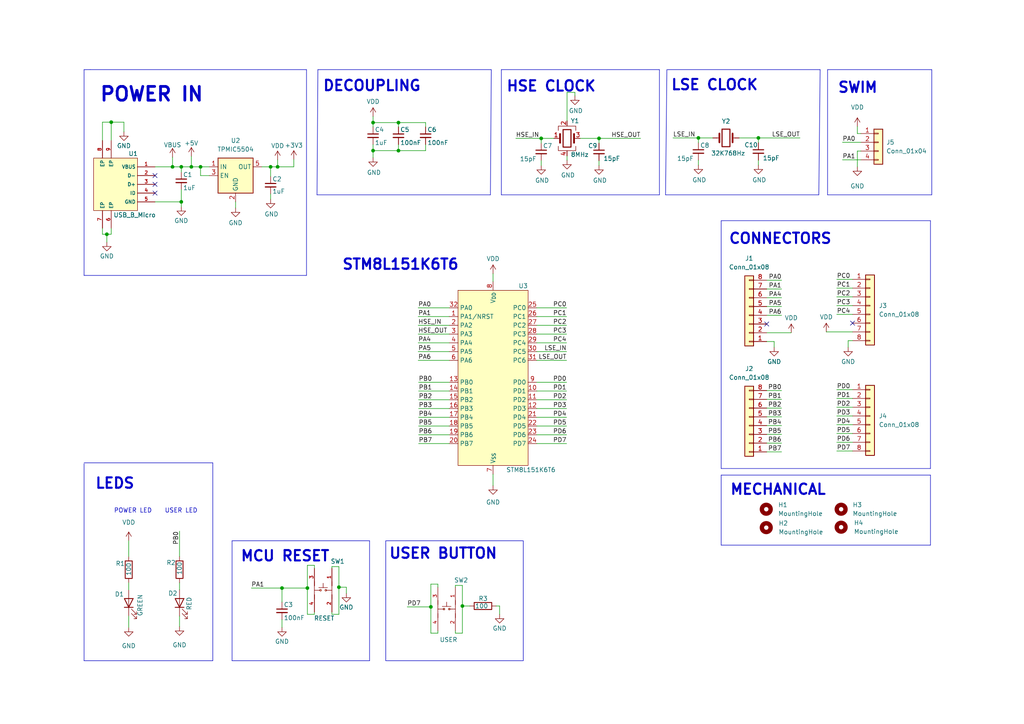
<source format=kicad_sch>
(kicad_sch (version 20230121) (generator eeschema)
  (paper "A4")
  (title_block (title "STM8L151 Dev Board") (date "2023-07-13") (rev "1.0") (company "Andres Bravo"))
  (lib_symbols
    (symbol "Connector:MICRO_7_2JB"
      (property "Reference" "U1" (at 6.477 10.16 0))
      (property "Value" "USB_B_Micro" (at 11.684 -7.62 0))
      (symbol "MICRO_7_2JB_0_1"
        (rectangle (start -6.35 -6.35) (end 6.35 8.89) (fill (type background)))
        (pin power_out line (at 11.43 6.35 180) (length 5.08) (name "VBUS") (number "1"))
        (pin bidirectional line (at 11.43 3.81 180) (length 5.08) (name "D-") (number "2"))
        (pin bidirectional line (at 11.43 1.27 180) (length 5.08) (name "D+") (number "3"))
        (pin unspecified line (at 11.43 -1.27 180) (length 5.08) (name "ID") (number "4"))
        (pin unspecified line (at 11.43 -3.81 180) (length 5.08) (name "GND") (number "5"))
        (pin unspecified line (at -1.27 -11.43 90) (length 5.08) (name "EP") (number "6"))
        (pin unspecified line (at -3.81 -11.43 90) (length 5.08) (name "EP") (number "7"))
        (pin unspecified line (at -3.81 13.97 270) (length 5.08) (name "EP") (number "8"))
        (pin unspecified line (at -1.27 13.97 270) (length 5.08) (name "EP") (number "9"))
      )
    )
    (symbol "Connector_Generic:Conn_01x04" (pin_names (offset 1.016) hide)
      (property "Reference" "J" (at 0 5.08 0))
      (property "Value" "Conn_01x04" (at 0 -7.62 0))
      (symbol "Conn_01x04_1_1"
        (rectangle (start -1.27 -4.953) (end 0 -5.207) (stroke (width 0.1524)))
        (rectangle (start -1.27 -2.413) (end 0 -2.667) (stroke (width 0.1524)))
        (rectangle (start -1.27 0.127) (end 0 -0.127) (stroke (width 0.1524)))
        (rectangle (start -1.27 2.667) (end 0 2.413) (stroke (width 0.1524)))
        (rectangle (start -1.27 3.81) (end 1.27 -6.35) (stroke (width 0.254)) (fill (type background)))
        (pin passive line (at -5.08 2.54 0) (length 3.81) (name "Pin_1") (number "1"))
        (pin passive line (at -5.08 0 0) (length 3.81) (name "Pin_2") (number "2"))
        (pin passive line (at -5.08 -2.54 0) (length 3.81) (name "Pin_3") (number "3"))
        (pin passive line (at -5.08 -5.08 0) (length 3.81) (name "Pin_4") (number "4"))
      )
    )
    (symbol "Connector_Generic:Conn_01x08" (pin_names (offset 1.016) hide)
      (property "Reference" "J" (at 0 10.16 0))
      (property "Value" "Conn_01x08" (at 0 -12.7 0))
      (symbol "Conn_01x08_1_1"
        (rectangle (start -1.27 -10.033) (end 0 -10.287) (stroke (width 0.1524)))
        (rectangle (start -1.27 -7.493) (end 0 -7.747) (stroke (width 0.1524)))
        (rectangle (start -1.27 -4.953) (end 0 -5.207) (stroke (width 0.1524)))
        (rectangle (start -1.27 -2.413) (end 0 -2.667) (stroke (width 0.1524)))
        (rectangle (start -1.27 0.127) (end 0 -0.127) (stroke (width 0.1524)))
        (rectangle (start -1.27 2.667) (end 0 2.413) (stroke (width 0.1524)))
        (rectangle (start -1.27 5.207) (end 0 4.953) (stroke (width 0.1524)))
        (rectangle (start -1.27 7.747) (end 0 7.493) (stroke (width 0.1524)))
        (rectangle (start -1.27 8.89) (end 1.27 -11.43) (stroke (width 0.254)) (fill (type background)))
        (pin passive line (at -5.08 7.62 0) (length 3.81) (name "Pin_1") (number "1"))
        (pin passive line (at -5.08 5.08 0) (length 3.81) (name "Pin_2") (number "2"))
        (pin passive line (at -5.08 2.54 0) (length 3.81) (name "Pin_3") (number "3"))
        (pin passive line (at -5.08 0 0) (length 3.81) (name "Pin_4") (number "4"))
        (pin passive line (at -5.08 -2.54 0) (length 3.81) (name "Pin_5") (number "5"))
        (pin passive line (at -5.08 -5.08 0) (length 3.81) (name "Pin_6") (number "6"))
        (pin passive line (at -5.08 -7.62 0) (length 3.81) (name "Pin_7") (number "7"))
        (pin passive line (at -5.08 -10.16 0) (length 3.81) (name "Pin_8") (number "8"))
      )
    )
    (symbol "Device:C_Small" (pin_numbers hide) (pin_names (offset 0.254) hide)
      (property "Reference" "C" (at 0.254 1.778 0))
      (property "Value" "C_Small" (at 0.254 -2.032 0))
      (symbol "C_Small_0_1"
        (polyline (pts (xy -1.524 -0.508) (xy 1.524 -0.508)) (stroke (width 0.3302)))
        (polyline (pts (xy -1.524 0.508) (xy 1.524 0.508)) (stroke (width 0.3048)))
      )
      (symbol "C_Small_1_1"
        (pin passive line (at 0 2.54 270) (length 2.032) (name "~") (number "1"))
        (pin passive line (at 0 -2.54 90) (length 2.032) (name "~") (number "2"))
      )
    )
    (symbol "Device:Crystal" (pin_numbers hide) (pin_names (offset 1.016) hide)
      (property "Reference" "Y" (at 0 3.81 0))
      (property "Value" "Crystal" (at 0 -3.81 0))
      (symbol "Crystal_0_1"
        (rectangle (start -1.143 2.54) (end 1.143 -2.54) (stroke (width 0.3048)))
        (polyline (pts (xy -2.54 0) (xy -1.905 0)))
        (polyline (pts (xy -1.905 -1.27) (xy -1.905 1.27)) (stroke (width 0.508)))
        (polyline (pts (xy 1.905 -1.27) (xy 1.905 1.27)) (stroke (width 0.508)))
        (polyline (pts (xy 2.54 0) (xy 1.905 0)))
      )
      (symbol "Crystal_1_1"
        (pin passive line (at -3.81 0 0) (length 1.27) (name "1") (number "1"))
        (pin passive line (at 3.81 0 180) (length 1.27) (name "2") (number "2"))
      )
    )
    (symbol "Device:Crystal_GND24" (pin_names (offset 1.016) hide)
      (property "Reference" "Y" (at 3.175 5.08 0))
      (property "Value" "Crystal_GND24" (at 3.175 3.175 0))
      (symbol "Crystal_GND24_0_1"
        (rectangle (start -1.143 2.54) (end 1.143 -2.54) (stroke (width 0.3048)))
        (polyline (pts (xy -2.54 0) (xy -2.032 0)))
        (polyline (pts (xy -2.032 -1.27) (xy -2.032 1.27)) (stroke (width 0.508)))
        (polyline (pts (xy 0 -3.81) (xy 0 -3.556)))
        (polyline (pts (xy 0 3.556) (xy 0 3.81)))
        (polyline (pts (xy 2.032 -1.27) (xy 2.032 1.27)) (stroke (width 0.508)))
        (polyline (pts (xy 2.032 0) (xy 2.54 0)))
        (polyline (pts (xy -2.54 -2.286) (xy -2.54 -3.556) (xy 2.54 -3.556) (xy 2.54 -2.286)))
        (polyline (pts (xy -2.54 2.286) (xy -2.54 3.556) (xy 2.54 3.556) (xy 2.54 2.286)))
      )
      (symbol "Crystal_GND24_1_1"
        (pin passive line (at -3.81 0 0) (length 1.27) (name "1") (number "1"))
        (pin passive line (at 0 5.08 270) (length 1.27) (name "2") (number "2"))
        (pin passive line (at 3.81 0 180) (length 1.27) (name "3") (number "3"))
        (pin passive line (at 0 -5.08 90) (length 1.27) (name "4") (number "4"))
      )
    )
    (symbol "Device:LED" (pin_numbers hide) (pin_names (offset 1.016) hide)
      (property "Reference" "D" (at 0 2.54 0))
      (property "Value" "LED" (at 0 -2.54 0))
      (symbol "LED_0_1"
        (polyline (pts (xy -1.27 -1.27) (xy -1.27 1.27)) (stroke (width 0.254)))
        (polyline (pts (xy -1.27 0) (xy 1.27 0)))
        (polyline (pts (xy 1.27 -1.27) (xy 1.27 1.27) (xy -1.27 0) (xy 1.27 -1.27)) (stroke (width 0.254)))
        (polyline (pts (xy -3.048 -0.762) (xy -4.572 -2.286) (xy -3.81 -2.286) (xy -4.572 -2.286) (xy -4.572 -1.524)))
        (polyline (pts (xy -1.778 -0.762) (xy -3.302 -2.286) (xy -2.54 -2.286) (xy -3.302 -2.286) (xy -3.302 -1.524)))
      )
      (symbol "LED_1_1"
        (pin passive line (at -3.81 0 0) (length 2.54) (name "K") (number "1"))
        (pin passive line (at 3.81 0 180) (length 2.54) (name "A") (number "2"))
      )
    )
    (symbol "Device:R" (pin_numbers hide) (pin_names (offset 0))
      (property "Reference" "R" (at 2.032 0 90))
      (property "Value" "R" (at 0 0 90))
      (symbol "R_0_1"
        (rectangle (start -1.016 -2.54) (end 1.016 2.54) (stroke (width 0.254)))
      )
      (symbol "R_1_1"
        (pin passive line (at 0 3.81 270) (length 1.27) (name "~") (number "1"))
        (pin passive line (at 0 -3.81 90) (length 1.27) (name "~") (number "2"))
      )
    )
    (symbol "MCU_ST_STM8:STM8L151K6T6"
      (property "Reference" "U?" (at 2.0194 30.48 0))
      (property "Value" "STM8L151K6T6" (at 2.0194 27.94 0))
      (symbol "STM8L151K6T6_0_1"
        (rectangle (start -10.16 25.4) (end 10.16 -25.4) (fill (type background)))
      )
      (symbol "STM8L151K6T6_1_1"
        (pin bidirectional line (at -12.7 17.78 0) (length 2.54) (name "PA1/NRST") (number "1"))
        (pin bidirectional line (at 12.7 -3.81 180) (length 2.54) (name "PD1") (number "10"))
        (pin bidirectional line (at 12.7 -6.35 180) (length 2.54) (name "PD2") (number "11"))
        (pin bidirectional line (at 12.7 -8.89 180) (length 2.54) (name "PD3") (number "12"))
        (pin bidirectional line (at -12.7 -1.27 0) (length 2.54) (name "PB0") (number "13"))
        (pin bidirectional line (at -12.7 -3.81 0) (length 2.54) (name "PB1") (number "14"))
        (pin bidirectional line (at -12.7 -6.35 0) (length 2.54) (name "PB2") (number "15"))
        (pin bidirectional line (at -12.7 -8.89 0) (length 2.54) (name "PB3") (number "16"))
        (pin bidirectional line (at -12.7 -11.43 0) (length 2.54) (name "PB4") (number "17"))
        (pin bidirectional line (at -12.7 -13.97 0) (length 2.54) (name "PB5") (number "18"))
        (pin bidirectional line (at -12.7 -16.51 0) (length 2.54) (name "PB6") (number "19"))
        (pin bidirectional line (at -12.7 15.24 0) (length 2.54) (name "PA2") (number "2"))
        (pin bidirectional line (at -12.7 -19.05 0) (length 2.54) (name "PB7") (number "20"))
        (pin bidirectional line (at 12.7 -11.43 180) (length 2.54) (name "PD4") (number "21"))
        (pin bidirectional line (at 12.7 -13.97 180) (length 2.54) (name "PD5") (number "22"))
        (pin bidirectional line (at 12.7 -16.51 180) (length 2.54) (name "PD6") (number "23"))
        (pin bidirectional line (at 12.7 -19.05 180) (length 2.54) (name "PD7") (number "24"))
        (pin bidirectional line (at 12.7 20.32 180) (length 2.54) (name "PC0") (number "25"))
        (pin bidirectional line (at 12.7 17.78 180) (length 2.54) (name "PC1") (number "26"))
        (pin bidirectional line (at 12.7 15.24 180) (length 2.54) (name "PC2") (number "27"))
        (pin bidirectional line (at 12.7 12.7 180) (length 2.54) (name "PC3") (number "28"))
        (pin bidirectional line (at 12.7 10.16 180) (length 2.54) (name "PC4") (number "29"))
        (pin bidirectional line (at -12.7 12.7 0) (length 2.54) (name "PA3") (number "3"))
        (pin bidirectional line (at 12.7 7.62 180) (length 2.54) (name "PC5") (number "30"))
        (pin bidirectional line (at 12.7 5.08 180) (length 2.54) (name "PC6") (number "31"))
        (pin bidirectional line (at -12.7 20.32 0) (length 2.54) (name "PA0") (number "32"))
        (pin bidirectional line (at -12.7 10.16 0) (length 2.54) (name "PA4") (number "4"))
        (pin bidirectional line (at -12.7 7.62 0) (length 2.54) (name "PA5") (number "5"))
        (pin bidirectional line (at -12.7 5.08 0) (length 2.54) (name "PA6") (number "6"))
        (pin input line (at 0 -27.94 90) (length 2.54) (name "V_{SS}") (number "7"))
        (pin input line (at 0 27.94 270) (length 2.54) (name "V_{DD}") (number "8"))
        (pin bidirectional line (at 12.7 -1.27 180) (length 2.54) (name "PD0") (number "9"))
      )
    )
    (symbol "Mechanical:MountingHole" (pin_names (offset 1.016))
      (property "Reference" "H" (at 0 5.08 0))
      (property "Value" "MountingHole" (at 0 3.175 0))
      (symbol "MountingHole_0_1"
        (circle (center 0 0) (radius 1.27) (stroke (width 1.27)))
      )
    )
    (symbol "Regulator_Linear:TPMIC5504"
      (property "Reference" "U2" (at 0 10.16 0))
      (property "Value" "TPMIC5504" (at 0 7.62 0))
      (symbol "TPMIC5504_0_1"
        (rectangle (start -5.08 -5.08) (end 5.08 5.08) (stroke (width 0.254)) (fill (type background)))
        (pin power_in line (at -7.62 2.54 0) (length 2.54) (name "IN") (number "1"))
        (pin input line (at 0 -7.62 90) (length 2.54) (name "GND") (number "2"))
        (pin input line (at -7.62 0 0) (length 2.54) (name "EN") (number "3"))
        (pin power_out line (at 7.62 2.54 180) (length 2.54) (name "OUT") (number "5"))
      )
      (symbol "TPMIC5504_1_1"
        (pin passive line (at 0 -7.62 90) (length 2.54) hide (name "GND") (number "4"))
      )
    )
    (symbol "Switch:SKRPABE010" (pin_names hide)
      (property "Reference" "SW" (at 0 3.81 0))
      (property "Value" "SKRPABE010" (at 0 -3.81 0))
      (symbol "SKRPABE010_0_1"
        (circle (center 0 -0.762) (radius 0.254) (fill (type background)))
        (polyline (pts (xy -2.54 -2.54) (xy 2.54 -2.54)))
        (polyline (pts (xy -2.54 2.54) (xy 2.54 2.54)))
        (polyline (pts (xy -0.762 -1.27) (xy -0.762 1.27)))
        (polyline (pts (xy -0.762 0) (xy -2.032 0)))
        (polyline (pts (xy 0 -2.54) (xy 0 -0.762)))
        (polyline (pts (xy 0 1.524) (xy 0 0.762)))
        (polyline (pts (xy 0 2.54) (xy 0 1.524)))
        (circle (center 0 0.762) (radius 0.254) (fill (type background)))
        (pin unspecified line (at -6.35 2.54 0) (length 5.08) (name "1") (number "1"))
        (pin unspecified line (at 6.35 2.54 180) (length 5.08) (name "2") (number "2"))
        (pin unspecified line (at -6.35 -2.54 0) (length 5.08) (name "3") (number "3"))
        (pin unspecified line (at 6.35 -2.54 180) (length 5.08) (name "4") (number "4"))
      )
    )
    (symbol "power:+3V3" (power) (pin_names (offset 0))
      (property "Value" "+3V3" (at 0 3.556 0))
      (symbol "+3V3_0_1"
        (polyline (pts (xy -0.762 1.27) (xy 0 2.54)))
        (polyline (pts (xy 0 0) (xy 0 2.54)))
        (polyline (pts (xy 0 2.54) (xy 0.762 1.27)))
      )
      (symbol "+3V3_1_1"
        (pin power_in line (at 0 0 90) (length 0) hide (name "+3V3") (number "1"))
      )
    )
    (symbol "power:+5V" (power) (pin_names (offset 0))
      (property "Value" "+5V" (at 0 3.556 0))
      (symbol "+5V_0_1"
        (polyline (pts (xy -0.762 1.27) (xy 0 2.54)))
        (polyline (pts (xy 0 0) (xy 0 2.54)))
        (polyline (pts (xy 0 2.54) (xy 0.762 1.27)))
      )
      (symbol "+5V_1_1"
        (pin power_in line (at 0 0 90) (length 0) hide (name "+5V") (number "1"))
      )
    )
    (symbol "power:GND" (power) (pin_names (offset 0))
      (property "Value" "GND" (at 0 -3.81 0))
      (symbol "GND_0_1"
        (polyline (pts (xy 0 0) (xy 0 -1.27) (xy 1.27 -1.27) (xy 0 -2.54) (xy -1.27 -1.27) (xy 0 -1.27)))
      )
      (symbol "GND_1_1"
        (pin power_in line (at 0 0 270) (length 0) hide (name "GND") (number "1"))
      )
    )
    (symbol "power:VBUS" (power) (pin_names (offset 0))
      (property "Value" "VBUS" (at 0 3.81 0))
      (symbol "VBUS_0_1"
        (polyline (pts (xy -0.762 1.27) (xy 0 2.54)))
        (polyline (pts (xy 0 0) (xy 0 2.54)))
        (polyline (pts (xy 0 2.54) (xy 0.762 1.27)))
      )
      (symbol "VBUS_1_1"
        (pin power_in line (at 0 0 90) (length 0) hide (name "VBUS") (number "1"))
      )
    )
    (symbol "power:VDD" (power) (pin_names (offset 0))
      (property "Value" "VDD" (at 0 3.81 0))
      (symbol "VDD_0_1"
        (polyline (pts (xy -0.762 1.27) (xy 0 2.54)))
        (polyline (pts (xy 0 0) (xy 0 2.54)))
        (polyline (pts (xy 0 2.54) (xy 0.762 1.27)))
      )
      (symbol "VDD_1_1"
        (pin power_in line (at 0 0 90) (length 0) hide (name "VDD") (number "1"))
      )
    )
  )
  (junction (at 134.112 175.768))
  (junction (at 115.57 43.688))
  (junction (at 81.788 170.561))
  (junction (at 173.736 40.132))
  (junction (at 108.204 35.56))
  (junction (at 89.154 170.561))
  (junction (at 156.972 40.132))
  (junction (at 108.204 43.688))
  (junction (at 78.486 48.387))
  (junction (at 202.565 40.005))
  (junction (at 55.499 48.387))
  (junction (at 115.57 35.56))
  (junction (at 98.298 170.307))
  (junction (at 50.038 48.387))
  (junction (at 219.964 40.005))
  (junction (at 52.578 58.547))
  (junction (at 124.968 176.022))
  (junction (at 32.258 35.433))
  (junction (at 58.166 48.387))
  (junction (at 52.578 48.387))
  (junction (at 30.988 67.945))
  (junction (at 80.518 48.387))
  (no_connect (at 222.377 93.98))
  (no_connect (at 247.269 93.726))
  (no_connect (at 44.958 56.007))
  (no_connect (at 44.958 53.467))
  (no_connect (at 44.958 50.927))
  (wire (pts (xy 155.702 101.981) (xy 164.338 101.981)))
  (wire (pts (xy 127 170.307) (xy 127 169.418)))
  (polyline (pts (xy 151.765 156.845) (xy 151.765 191.643)))
  (polyline (pts (xy 237.49 56.515) (xy 193.04 56.515)))
  (wire (pts (xy 121.285 101.981) (xy 130.302 101.981)))
  (wire (pts (xy 32.258 66.167) (xy 32.258 67.945)))
  (polyline (pts (xy 111.887 191.643) (xy 111.887 156.845)))
  (polyline (pts (xy 237.871 20.193) (xy 237.49 56.515)))
  (wire (pts (xy 155.702 128.651) (xy 164.338 128.651)))
  (polyline (pts (xy 209.169 64.008) (xy 269.875 64.008)))
  (wire (pts (xy 80.518 48.387) (xy 78.486 48.387)))
  (wire (pts (xy 85.217 48.387) (xy 80.518 48.387)))
  (wire (pts (xy 222.377 96.52) (xy 229.489 96.52)))
  (wire (pts (xy 98.298 164.338) (xy 98.298 170.307)))
  (wire (pts (xy 30.988 67.945) (xy 30.988 70.231)))
  (polyline (pts (xy 111.887 156.845) (xy 151.765 156.845)))
  (wire (pts (xy 132.08 169.799) (xy 134.112 169.799)))
  (wire (pts (xy 89.154 178.181) (xy 91.186 178.181)))
  (wire (pts (xy 96.266 178.181) (xy 98.298 178.181)))
  (wire (pts (xy 242.697 115.57) (xy 247.269 115.57)))
  (wire (pts (xy 155.702 123.571) (xy 164.338 123.571)))
  (polyline (pts (xy 209.169 158.115) (xy 209.169 137.795)))
  (wire (pts (xy 32.258 40.767) (xy 32.258 35.433)))
  (wire (pts (xy 52.578 54.991) (xy 52.578 58.547)))
  (wire (pts (xy 156.972 41.529) (xy 156.972 40.132)))
  (wire (pts (xy 242.697 130.81) (xy 247.269 130.81)))
  (wire (pts (xy 89.154 163.957) (xy 89.154 170.561)))
  (wire (pts (xy 224.536 99.06) (xy 224.536 100.711)))
  (wire (pts (xy 155.702 89.281) (xy 164.338 89.281)))
  (wire (pts (xy 143.002 137.541) (xy 143.002 140.843)))
  (wire (pts (xy 219.964 40.005) (xy 232.029 40.005)))
  (wire (pts (xy 222.377 123.444) (xy 226.695 123.444)))
  (polyline (pts (xy 240.03 56.515) (xy 240.03 20.193)))
  (wire (pts (xy 108.204 43.688) (xy 115.57 43.688)))
  (wire (pts (xy 242.697 118.11) (xy 247.269 118.11)))
  (wire (pts (xy 121.412 126.111) (xy 130.302 126.111)))
  (wire (pts (xy 222.377 81.28) (xy 226.695 81.28)))
  (wire (pts (xy 58.166 48.387) (xy 60.706 48.387)))
  (wire (pts (xy 245.999 98.806) (xy 247.269 98.806)))
  (wire (pts (xy 155.702 94.361) (xy 164.338 94.361)))
  (wire (pts (xy 173.736 41.529) (xy 173.736 40.132)))
  (wire (pts (xy 156.972 40.132) (xy 160.655 40.132)))
  (wire (pts (xy 244.348 41.275) (xy 249.682 41.275)))
  (wire (pts (xy 44.958 48.387) (xy 50.038 48.387)))
  (wire (pts (xy 108.204 36.83) (xy 108.204 35.56)))
  (wire (pts (xy 155.702 121.031) (xy 164.338 121.031)))
  (wire (pts (xy 96.266 177.546) (xy 96.266 178.181)))
  (wire (pts (xy 108.204 43.688) (xy 108.204 45.72)))
  (wire (pts (xy 100.457 170.307) (xy 98.298 170.307)))
  (wire (pts (xy 121.412 121.031) (xy 130.302 121.031)))
  (wire (pts (xy 144.907 175.768) (xy 144.907 178.181)))
  (wire (pts (xy 134.112 169.799) (xy 134.112 175.768)))
  (wire (pts (xy 222.377 88.9) (xy 226.695 88.9)))
  (polyline (pts (xy 107.188 191.643) (xy 67.31 191.643)))
  (wire (pts (xy 50.038 48.387) (xy 52.578 48.387)))
  (polyline (pts (xy 142.494 20.193) (xy 142.24 56.515)))
  (wire (pts (xy 164.465 35.052) (xy 164.465 26.797)))
  (wire (pts (xy 164.465 26.797) (xy 166.751 26.797)))
  (wire (pts (xy 32.258 67.945) (xy 30.988 67.945)))
  (polyline (pts (xy 240.03 20.193) (xy 270.256 20.193)))
  (wire (pts (xy 164.465 45.212) (xy 164.465 46.482)))
  (wire (pts (xy 52.07 169.037) (xy 52.07 171.069)))
  (wire (pts (xy 68.326 58.547) (xy 68.326 60.325)))
  (wire (pts (xy 136.271 175.768) (xy 134.112 175.768)))
  (polyline (pts (xy 209.169 135.89) (xy 209.169 64.008)))
  (wire (pts (xy 124.968 176.022) (xy 124.968 183.642)))
  (wire (pts (xy 239.649 96.266) (xy 247.269 96.266)))
  (wire (pts (xy 127 183.007) (xy 127 183.642)))
  (wire (pts (xy 100.457 170.307) (xy 100.457 172.085)))
  (wire (pts (xy 155.702 96.901) (xy 164.338 96.901)))
  (wire (pts (xy 75.946 48.387) (xy 78.486 48.387)))
  (wire (pts (xy 219.964 46.482) (xy 219.964 47.879)))
  (wire (pts (xy 202.565 40.005) (xy 206.756 40.005)))
  (wire (pts (xy 245.999 100.711) (xy 245.999 98.806)))
  (wire (pts (xy 242.697 86.106) (xy 247.269 86.106)))
  (wire (pts (xy 29.718 35.433) (xy 32.258 35.433)))
  (wire (pts (xy 166.751 26.797) (xy 166.751 27.813)))
  (wire (pts (xy 242.697 88.646) (xy 247.269 88.646)))
  (polyline (pts (xy 67.31 156.845) (xy 107.188 156.845)))
  (wire (pts (xy 121.285 99.441) (xy 130.302 99.441)))
  (wire (pts (xy 155.702 110.871) (xy 164.338 110.871)))
  (wire (pts (xy 156.972 46.609) (xy 156.972 48.006)))
  (wire (pts (xy 81.788 179.705) (xy 81.788 181.991)))
  (wire (pts (xy 29.718 40.767) (xy 29.718 35.433)))
  (wire (pts (xy 52.07 154.051) (xy 52.07 161.417)))
  (wire (pts (xy 44.958 58.547) (xy 52.578 58.547)))
  (wire (pts (xy 121.412 128.651) (xy 130.302 128.651)))
  (wire (pts (xy 248.666 38.735) (xy 248.666 36.703)))
  (polyline (pts (xy 193.548 20.193) (xy 237.871 20.193)))
  (wire (pts (xy 248.666 43.815) (xy 248.666 48.387)))
  (wire (pts (xy 121.412 110.871) (xy 130.302 110.871)))
  (polyline (pts (xy 269.875 137.795) (xy 269.875 158.115)))
  (wire (pts (xy 143.002 79.375) (xy 143.002 81.661)))
  (wire (pts (xy 123.444 43.688) (xy 115.57 43.688)))
  (polyline (pts (xy 91.948 56.515) (xy 92.202 20.193)))
  (wire (pts (xy 80.518 46.355) (xy 80.518 48.387)))
  (wire (pts (xy 134.112 175.768) (xy 134.112 183.642)))
  (wire (pts (xy 143.891 175.768) (xy 144.907 175.768)))
  (wire (pts (xy 222.377 113.284) (xy 226.695 113.284)))
  (wire (pts (xy 132.08 183.642) (xy 134.112 183.642)))
  (polyline (pts (xy 142.24 56.515) (xy 91.948 56.515)))
  (wire (pts (xy 222.377 83.82) (xy 226.695 83.82)))
  (polyline (pts (xy 92.202 20.193) (xy 142.494 20.193)))
  (wire (pts (xy 222.377 118.364) (xy 226.695 118.364)))
  (wire (pts (xy 121.285 94.361) (xy 130.302 94.361)))
  (polyline (pts (xy 269.875 158.115) (xy 209.169 158.115)))
  (wire (pts (xy 242.697 113.03) (xy 247.269 113.03)))
  (wire (pts (xy 242.697 125.73) (xy 247.269 125.73)))
  (wire (pts (xy 72.898 170.561) (xy 81.788 170.561)))
  (wire (pts (xy 55.499 48.387) (xy 58.166 48.387)))
  (wire (pts (xy 155.702 91.821) (xy 164.338 91.821)))
  (wire (pts (xy 121.412 123.571) (xy 130.302 123.571)))
  (wire (pts (xy 242.697 128.27) (xy 247.269 128.27)))
  (wire (pts (xy 132.08 170.307) (xy 132.08 169.799)))
  (polyline (pts (xy 24.384 20.193) (xy 26.162 20.193)))
  (polyline (pts (xy 26.162 20.193) (xy 88.9 20.193)))
  (wire (pts (xy 149.606 40.132) (xy 156.972 40.132)))
  (wire (pts (xy 155.702 113.411) (xy 164.338 113.411)))
  (wire (pts (xy 91.186 163.957) (xy 89.154 163.957)))
  (wire (pts (xy 202.565 46.482) (xy 202.565 47.879)))
  (wire (pts (xy 123.444 41.91) (xy 123.444 43.688)))
  (polyline (pts (xy 191.262 56.515) (xy 145.415 56.515)))
  (polyline (pts (xy 24.384 134.493) (xy 24.384 191.643)))
  (wire (pts (xy 52.578 58.547) (xy 52.578 59.944)))
  (wire (pts (xy 121.285 96.901) (xy 130.302 96.901)))
  (wire (pts (xy 89.154 170.561) (xy 89.154 178.181)))
  (wire (pts (xy 202.565 41.402) (xy 202.565 40.005)))
  (wire (pts (xy 37.338 156.845) (xy 37.338 161.417)))
  (wire (pts (xy 32.258 35.433) (xy 35.941 35.433)))
  (wire (pts (xy 78.486 56.261) (xy 78.486 57.785)))
  (wire (pts (xy 222.377 120.904) (xy 226.695 120.904)))
  (wire (pts (xy 123.444 36.83) (xy 123.444 35.56)))
  (wire (pts (xy 108.204 33.782) (xy 108.204 35.56)))
  (wire (pts (xy 81.788 170.561) (xy 81.788 174.625)))
  (wire (pts (xy 249.682 38.735) (xy 248.666 38.735)))
  (wire (pts (xy 96.266 164.846) (xy 96.266 164.338)))
  (polyline (pts (xy 88.9 20.193) (xy 88.9 79.883)))
  (wire (pts (xy 91.186 164.846) (xy 91.186 163.957)))
  (wire (pts (xy 222.377 115.824) (xy 226.695 115.824)))
  (wire (pts (xy 121.412 115.951) (xy 130.302 115.951)))
  (wire (pts (xy 249.682 43.815) (xy 248.666 43.815)))
  (polyline (pts (xy 270.256 20.193) (xy 270.256 56.515)))
  (wire (pts (xy 115.57 35.56) (xy 115.57 36.83)))
  (wire (pts (xy 132.08 183.007) (xy 132.08 183.642)))
  (wire (pts (xy 242.697 91.186) (xy 247.269 91.186)))
  (wire (pts (xy 52.578 48.387) (xy 55.499 48.387)))
  (wire (pts (xy 222.377 125.984) (xy 226.695 125.984)))
  (wire (pts (xy 121.412 118.491) (xy 130.302 118.491)))
  (wire (pts (xy 50.038 45.593) (xy 50.038 48.387)))
  (wire (pts (xy 173.736 46.609) (xy 173.736 48.006)))
  (wire (pts (xy 78.486 48.387) (xy 78.486 51.181)))
  (wire (pts (xy 121.412 113.411) (xy 130.302 113.411)))
  (wire (pts (xy 123.444 35.56) (xy 115.57 35.56)))
  (wire (pts (xy 37.338 178.689) (xy 37.338 181.991)))
  (wire (pts (xy 195.199 40.005) (xy 202.565 40.005)))
  (polyline (pts (xy 145.415 20.193) (xy 145.415 56.515)))
  (wire (pts (xy 108.204 41.91) (xy 108.204 43.688)))
  (wire (pts (xy 91.186 177.546) (xy 91.186 178.181)))
  (wire (pts (xy 222.377 91.44) (xy 226.695 91.44)))
  (wire (pts (xy 55.499 45.339) (xy 55.499 48.387)))
  (polyline (pts (xy 88.9 79.883) (xy 24.384 79.883)))
  (polyline (pts (xy 61.722 134.239) (xy 24.384 134.239)))
  (wire (pts (xy 108.204 35.56) (xy 115.57 35.56)))
  (wire (pts (xy 242.697 123.19) (xy 247.269 123.19)))
  (wire (pts (xy 115.57 41.91) (xy 115.57 43.688)))
  (wire (pts (xy 81.788 170.561) (xy 89.154 170.561)))
  (polyline (pts (xy 24.384 79.883) (xy 24.384 20.193)))
  (wire (pts (xy 222.377 131.064) (xy 226.695 131.064)))
  (wire (pts (xy 219.964 40.005) (xy 219.964 41.402)))
  (wire (pts (xy 98.298 170.307) (xy 98.298 178.181)))
  (wire (pts (xy 222.377 128.524) (xy 226.695 128.524)))
  (polyline (pts (xy 107.188 156.845) (xy 107.188 191.643)))
  (wire (pts (xy 29.718 67.945) (xy 30.988 67.945)))
  (polyline (pts (xy 151.765 191.643) (xy 111.887 191.643)))
  (polyline (pts (xy 67.31 191.643) (xy 67.31 156.845)))
  (wire (pts (xy 155.702 99.441) (xy 164.338 99.441)))
  (wire (pts (xy 52.07 178.689) (xy 52.07 181.737)))
  (wire (pts (xy 173.736 40.132) (xy 168.275 40.132)))
  (wire (pts (xy 242.697 120.65) (xy 247.269 120.65)))
  (wire (pts (xy 244.348 46.355) (xy 249.682 46.355)))
  (wire (pts (xy 214.376 40.005) (xy 219.964 40.005)))
  (wire (pts (xy 52.578 49.911) (xy 52.578 48.387)))
  (wire (pts (xy 155.702 115.951) (xy 164.338 115.951)))
  (wire (pts (xy 222.377 99.06) (xy 224.536 99.06)))
  (wire (pts (xy 222.377 86.36) (xy 226.695 86.36)))
  (wire (pts (xy 58.166 50.927) (xy 58.166 48.387)))
  (polyline (pts (xy 191.262 20.193) (xy 191.262 56.515)))
  (wire (pts (xy 124.968 169.418) (xy 124.968 176.022)))
  (polyline (pts (xy 193.421 20.193) (xy 193.04 56.515)))
  (wire (pts (xy 85.217 46.228) (xy 85.217 48.387)))
  (wire (pts (xy 173.736 40.132) (xy 185.801 40.132)))
  (polyline (pts (xy 61.722 191.643) (xy 61.722 134.239)))
  (wire (pts (xy 155.702 118.491) (xy 164.338 118.491)))
  (polyline (pts (xy 145.415 20.193) (xy 191.262 20.193)))
  (wire (pts (xy 155.702 104.521) (xy 164.338 104.521)))
  (polyline (pts (xy 269.875 135.89) (xy 209.169 135.89)))
  (wire (pts (xy 29.718 66.167) (xy 29.718 67.945)))
  (wire (pts (xy 155.702 126.111) (xy 164.338 126.111)))
  (wire (pts (xy 60.706 50.927) (xy 58.166 50.927)))
  (wire (pts (xy 35.941 35.433) (xy 35.941 38.227)))
  (polyline (pts (xy 209.169 137.795) (xy 269.875 137.795)))
  (wire (pts (xy 121.285 91.821) (xy 130.302 91.821)))
  (wire (pts (xy 121.285 89.281) (xy 130.302 89.281)))
  (polyline (pts (xy 24.384 191.643) (xy 61.722 191.643)))
  (wire (pts (xy 118.11 176.022) (xy 124.968 176.022)))
  (wire (pts (xy 127 169.418) (xy 124.968 169.418)))
  (wire (pts (xy 37.338 169.037) (xy 37.338 171.069)))
  (polyline (pts (xy 269.875 64.008) (xy 269.875 135.89)))
  (wire (pts (xy 242.697 83.566) (xy 247.269 83.566)))
  (wire (pts (xy 96.266 164.338) (xy 98.298 164.338)))
  (polyline (pts (xy 270.256 56.515) (xy 240.03 56.515)))
  (wire (pts (xy 121.285 104.521) (xy 130.302 104.521)))
  (wire (pts (xy 124.968 183.642) (xy 127 183.642)))
  (wire (pts (xy 242.697 81.026) (xy 247.269 81.026)))
  (text "POWER LED" (at 33.02 148.971 0) (effects (font (size 1.27 1.27)) (justify left bottom)))
  (text "LSE CLOCK" (at 194.437 26.543 0) (effects (font (size 3 3) bold) (justify left bottom)))
  (text "STM8L151K6T6" (at 99.06 78.613 0) (effects (font (size 3 3) bold) (justify left bottom)))
  (text "SWIM" (at 242.824 27.305 0) (effects (font (size 3 3) bold) (justify left bottom)))
  (text "HSE CLOCK\n" (at 146.685 26.924 0) (effects (font (size 3 3) bold) (justify left bottom)))
  (text "CONNECTORS" (at 211.201 71.12 0) (effects (font (size 3 3) bold) (justify left bottom)))
  (text "MCU RESET" (at 69.596 163.195 0) (effects (font (size 3 3) bold) (justify left bottom)))
  (text "USER BUTTON" (at 112.649 162.433 0) (effects (font (size 3 3) bold) (justify left bottom)))
  (text "POWER IN" (at 28.702 29.845 0) (effects (font (size 4 4) (thickness 0.8) bold) (justify left bottom)))
  (text "USER LED" (at 47.752 148.971 0) (effects (font (size 1.27 1.27)) (justify left bottom)))
  (text "LEDS\n\n" (at 27.432 146.939 0) (effects (font (size 3 3) (thickness 0.6) bold) (justify left bottom)))
  (text "DECOUPLING\n" (at 93.472 26.797 0) (effects (font (size 3 3) bold) (justify left bottom)))
  (text "MECHANICAL" (at 211.582 143.891 0) (effects (font (size 3 3) bold) (justify left bottom)))
  (label "PD4" (at 164.338 121.031 180))
  (label "PD7" (at 118.11 176.022 0))
  (label "PA6" (at 121.285 104.521 0))
  (label "PB0" (at 226.695 113.284 180))
  (label "PD0" (at 242.697 113.03 0))
  (label "PC4" (at 164.338 99.441 180))
  (label "PC1" (at 242.697 83.566 0))
  (label "PA6" (at 226.695 91.44 180))
  (label "PA5" (at 121.285 101.981 0))
  (label "PD3" (at 164.338 118.491 180))
  (label "HSE_OUT" (at 121.285 96.901 0))
  (label "PD2" (at 164.338 115.951 180))
  (label "PC0" (at 164.338 89.281 180))
  (label "PD1" (at 242.697 115.57 0))
  (label "HSE_OUT" (at 185.801 40.132 180))
  (label "LSE_IN" (at 195.199 40.005 0))
  (label "PD4" (at 242.697 123.19 0))
  (label "PD6" (at 242.697 128.27 0))
  (label "PD3" (at 242.697 120.65 0))
  (label "PB7" (at 121.412 128.651 0))
  (label "PA1" (at 72.898 170.561 0))
  (label "PA0" (at 121.285 89.281 0))
  (label "PA0" (at 226.695 81.28 180))
  (label "PB4" (at 121.412 121.031 0))
  (label "PB1" (at 226.695 115.824 180))
  (label "PD7" (at 164.338 128.651 180))
  (label "PB0" (at 121.412 110.871 0))
  (label "PD5" (at 164.338 123.571 180))
  (label "PA1" (at 121.285 91.821 0))
  (label "LSE_OUT" (at 232.029 40.005 180))
  (label "PB2" (at 121.412 115.951 0))
  (label "PA4" (at 226.695 86.36 180))
  (label "PB3" (at 226.695 120.904 180))
  (label "PD6" (at 164.338 126.111 180))
  (label "LSE_OUT" (at 164.338 104.521 180))
  (label "PB6" (at 121.412 126.111 0))
  (label "PC4" (at 242.697 91.186 0))
  (label "PB1" (at 121.412 113.411 0))
  (label "PC0" (at 242.697 81.026 0))
  (label "PB0" (at 52.07 154.051 270))
  (label "PA1" (at 244.348 46.355 0))
  (label "PB4" (at 226.695 123.444 180))
  (label "PA5" (at 226.695 88.9 180))
  (label "PB6" (at 226.695 128.524 180))
  (label "PA0" (at 244.348 41.275 0))
  (label "PD2" (at 242.697 118.11 0))
  (label "HSE_IN" (at 149.606 40.132 0))
  (label "PC2" (at 242.697 86.106 0))
  (label "PC1" (at 164.338 91.821 180))
  (label "PD1" (at 164.338 113.411 180))
  (label "PD5" (at 242.697 125.73 0))
  (label "PB3" (at 121.412 118.491 0))
  (label "PC2" (at 164.338 94.361 180))
  (label "LSE_IN" (at 164.338 101.981 180))
  (label "PC3" (at 242.697 88.646 0))
  (label "PA1" (at 226.695 83.82 180))
  (label "PA4" (at 121.285 99.441 0))
  (label "PD7" (at 242.697 130.81 0))
  (label "PB2" (at 226.695 118.364 180))
  (label "PD0" (at 164.338 110.871 180))
  (label "PB5" (at 121.412 123.571 0))
  (label "HSE_IN" (at 121.285 94.361 0))
  (label "PC3" (at 164.338 96.901 180))
  (label "PB5" (at 226.695 125.984 180))
  (label "PB7" (at 226.695 131.064 180))
  (symbol (lib_id "Device:C_Small") (at 115.57 39.37 0) (unit 1)
    (property "Reference" "C5" (at 116.078 37.592 0) (effects (justify left)))
    (property "Value" "100nF" (at 116.078 41.402 0) (effects (justify left)))
    (property "Footprint" "Capacitor_SMD:C_0402_1005Metric" (effects hide))
    (property "LCSC" "C106252" (effects hide))
  )
  (symbol (lib_id "power:GND") (at 37.338 181.991 0) (unit 1)
    (property "Reference" "#PWR04" (effects hide))
    (property "Value" "GND" (at 37.338 187.325 0))
  )
  (symbol (lib_id "Device:C_Small") (at 219.964 43.942 0) (unit 1)
    (property "Reference" "C10" (at 215.9 42.037 0) (effects (justify left)))
    (property "Value" "15pF" (at 221.234 45.847 0) (effects (justify left)))
    (property "Footprint" "Capacitor_SMD:C_0402_1005Metric" (effects hide))
    (property "LCSC" "C295959" (effects hide))
  )
  (symbol (lib_id "Device:C_Small") (at 81.788 177.165 0) (unit 1)
    (property "Reference" "C3" (at 82.296 175.387 0) (effects (justify left)))
    (property "Value" "100nF" (at 82.296 179.197 0) (effects (justify left)))
    (property "Footprint" "Capacitor_SMD:C_0402_1005Metric" (effects hide))
    (property "LCSC" "C106252" (effects hide))
  )
  (symbol (lib_id "power:+5V") (at 55.499 45.339 0) (unit 1)
    (property "Reference" "#PWR028" (effects hide))
    (property "Value" "+5V" (at 55.499 41.529 0))
  )
  (symbol (lib_id "power:VDD") (at 229.489 96.52 0) (unit 1)
    (property "Reference" "#PWR030" (effects hide))
    (property "Value" "VDD" (at 229.489 92.202 0))
  )
  (symbol (lib_id "Device:C_Small") (at 123.444 39.37 0) (unit 1)
    (property "Reference" "C6" (at 123.952 37.592 0) (effects (justify left)))
    (property "Value" "100nF" (at 123.952 41.402 0) (effects (justify left)))
    (property "Footprint" "Capacitor_SMD:C_0402_1005Metric" (effects hide))
    (property "LCSC" "C106252" (effects hide))
  )
  (symbol (lib_id "power:VDD") (at 239.649 96.266 0) (unit 1)
    (property "Reference" "#PWR031" (effects hide))
    (property "Value" "VDD" (at 239.649 91.948 0))
  )
  (symbol (lib_id "MCU_ST_STM8:STM8L151K6T6") (at 143.002 109.601 0) (unit 1)
    (property "Reference" "U3" (at 150.368 82.931 0) (effects (justify left)))
    (property "Value" "STM8L151K6T6" (at 146.812 136.271 0) (effects (justify left)))
    (property "Footprint" "Package_QFP:LQFP-32_7x7mm_P0.8mm" (effects hide))
    (property "Datasheet" "https://www.mouser.com/datasheet/2/389/stm8l151c4-1851438.pdf" (effects hide))
    (property "LCSC" "C8259" (effects hide))
  )
  (symbol (lib_id "Connector_Generic:Conn_01x08") (at 217.297 123.444 180) (unit 1)
    (property "Reference" "J2" (at 217.297 106.934 0))
    (property "Value" "Conn_01x08" (at 217.297 109.474 0))
    (property "Footprint" "Connector_PinHeader_2.54mm:PinHeader_1x08_P2.54mm_Vertical" (effects hide))
  )
  (symbol (lib_id "power:GND") (at 30.988 70.231 0) (unit 1)
    (property "Reference" "#PWR01" (effects hide))
    (property "Value" "GND" (at 30.988 74.295 0))
  )
  (symbol (lib_id "power:GND") (at 202.565 47.879 0) (unit 1)
    (property "Reference" "#PWR023" (effects hide))
    (property "Value" "GND" (at 202.819 52.197 0))
  )
  (symbol (lib_id "Device:LED") (at 52.07 174.879 90) (unit 1)
    (property "Reference" "D2" (at 48.768 172.085 90) (effects (justify right)))
    (property "Value" "RED" (at 54.864 173.101 0) (effects (justify right)))
    (property "Footprint" "LED_SMD:LED_0805_2012Metric" (effects hide))
    (property "LCSC" "C113551" (effects hide))
  )
  (symbol (lib_id "power:GND") (at 35.941 38.227 0) (unit 1)
    (property "Reference" "#PWR02" (effects hide))
    (property "Value" "GND" (at 35.941 42.291 0))
  )
  (symbol (lib_id "power:GND") (at 224.536 100.711 0) (unit 1)
    (property "Reference" "#PWR017" (effects hide))
    (property "Value" "GND" (at 224.536 104.902 0))
  )
  (symbol (lib_id "Device:C_Small") (at 202.565 43.942 0) (unit 1)
    (property "Reference" "C8" (at 203.073 42.164 0) (effects (justify left)))
    (property "Value" "15pF" (at 196.342 45.974 0) (effects (justify left)))
    (property "Footprint" "Capacitor_SMD:C_0402_1005Metric" (effects hide))
    (property "LCSC" "C295959" (effects hide))
  )
  (symbol (lib_id "power:GND") (at 245.999 100.711 0) (unit 1)
    (property "Reference" "#PWR018" (effects hide))
    (property "Value" "GND" (at 245.999 104.902 0))
  )
  (symbol (lib_id "Connector_Generic:Conn_01x08") (at 252.349 88.646 0) (unit 1)
    (property "Reference" "J3" (at 254.889 88.6459 0) (effects (justify left)))
    (property "Value" "Conn_01x08" (at 254.889 91.1859 0) (effects (justify left)))
    (property "Footprint" "Connector_PinHeader_2.54mm:PinHeader_1x08_P2.54mm_Vertical" (effects hide))
  )
  (symbol (lib_id "Mechanical:MountingHole") (at 222.25 153.035 0) (unit 1)
    (property "Reference" "H2" (at 225.806 151.7649 0) (effects (justify left)))
    (property "Value" "MountingHole" (at 225.806 154.3049 0) (effects (justify left)))
    (property "Footprint" "MountingHole:MountingHole_3.2mm_M3" (effects hide))
  )
  (symbol (lib_id "Device:R") (at 140.081 175.768 90) (unit 1)
    (property "Reference" "R3" (at 141.478 173.609 90) (effects (justify left)))
    (property "Value" "100" (at 141.605 175.768 90) (effects (justify left)))
    (property "Footprint" "Resistor_SMD:R_0603_1608Metric" (effects hide))
    (property "LCSC" "C5139650" (effects hide))
  )
  (symbol (lib_id "power:GND") (at 173.736 48.006 0) (unit 1)
    (property "Reference" "#PWR024" (effects hide))
    (property "Value" "GND" (at 173.99 52.324 0))
  )
  (symbol (lib_id "power:GND") (at 100.457 172.085 0) (unit 1)
    (property "Reference" "#PWR012" (effects hide))
    (property "Value" "GND" (at 100.457 176.149 0))
  )
  (symbol (lib_id "power:VDD") (at 143.002 79.375 0) (unit 1)
    (property "Reference" "#PWR015" (effects hide))
    (property "Value" "VDD" (at 143.002 75.057 0))
  )
  (symbol (lib_id "Regulator_Linear:TPMIC5504") (at 68.326 50.927 0) (unit 1)
    (property "Reference" "U2" (at 68.326 40.767 0))
    (property "Value" "TPMIC5504" (at 68.326 43.307 0))
    (property "Footprint" "Package_TO_SOT_SMD:SOT-23-5" (effects hide))
    (property "Datasheet" "http://www.ti.com/lit/gpn/tps782" (effects hide))
    (property "LCSC" "C3021093" (effects hide))
  )
  (symbol (lib_id "power:GND") (at 156.972 48.006 0) (unit 1)
    (property "Reference" "#PWR022" (effects hide))
    (property "Value" "GND" (at 157.226 52.324 0))
  )
  (symbol (lib_id "power:VDD") (at 80.518 46.355 0) (unit 1)
    (property "Reference" "#PWR010" (effects hide))
    (property "Value" "VDD" (at 80.518 42.291 0))
  )
  (symbol (lib_id "Device:Crystal") (at 210.566 40.005 0) (unit 1)
    (property "Reference" "Y2" (at 210.566 35.179 0))
    (property "Value" "32K768Hz" (at 211.201 44.45 0))
    (property "Footprint" "Crystal:Crystal_SMD_2012-2Pin_2.0x1.2mm" (effects hide))
    (property "LCSC" "C90943" (effects hide))
  )
  (symbol (lib_id "power:+3V3") (at 85.217 46.228 0) (unit 1)
    (property "Reference" "#PWR029" (effects hide))
    (property "Value" "+3V3" (at 85.217 42.164 0))
  )
  (symbol (lib_id "Connector_Generic:Conn_01x08") (at 252.349 120.65 0) (unit 1)
    (property "Reference" "J4" (at 254.889 120.6499 0) (effects (justify left)))
    (property "Value" "Conn_01x08" (at 254.889 123.1899 0) (effects (justify left)))
    (property "Footprint" "Connector_PinHeader_2.54mm:PinHeader_1x08_P2.54mm_Vertical" (effects hide))
  )
  (symbol (lib_id "power:VDD") (at 248.666 36.703 0) (unit 1)
    (property "Reference" "#PWR019" (effects hide))
    (property "Value" "VDD" (at 248.666 31.115 0))
  )
  (symbol (lib_id "power:GND") (at 248.666 48.387 0) (unit 1)
    (property "Reference" "#PWR020" (effects hide))
    (property "Value" "GND" (at 248.666 53.975 0))
  )
  (symbol (lib_id "Device:C_Small") (at 156.972 44.069 0) (unit 1)
    (property "Reference" "C7" (at 157.48 42.291 0) (effects (justify left)))
    (property "Value" "15pF" (at 150.749 46.101 0) (effects (justify left)))
    (property "Footprint" "Capacitor_SMD:C_0402_1005Metric" (effects hide))
    (property "LCSC" "C295959" (effects hide))
  )
  (symbol (lib_id "power:GND") (at 143.002 140.843 0) (unit 1)
    (property "Reference" "#PWR016" (effects hide))
    (property "Value" "GND" (at 143.002 145.669 0))
  )
  (symbol (lib_id "power:GND") (at 144.907 178.181 0) (unit 1)
    (property "Reference" "#PWR021" (effects hide))
    (property "Value" "GND" (at 144.907 182.245 0))
  )
  (symbol (lib_id "Device:LED") (at 37.338 174.879 90) (unit 1)
    (property "Reference" "D1" (at 33.274 172.339 90) (effects (justify right)))
    (property "Value" "GREEN" (at 40.64 172.339 0) (effects (justify right)))
    (property "Footprint" "LED_SMD:LED_0805_2012Metric" (effects hide))
    (property "LCSC" "C84257" (effects hide))
  )
  (symbol (lib_id "power:VBUS") (at 50.038 45.593 0) (unit 1)
    (property "Reference" "#PWR06" (effects hide))
    (property "Value" "VBUS" (at 50.038 42.037 0))
  )
  (symbol (lib_id "power:GND") (at 164.465 46.482 0) (unit 1)
    (property "Reference" "#PWR026" (effects hide))
    (property "Value" "GND" (at 164.719 50.8 0))
  )
  (symbol (lib_id "power:VDD") (at 37.338 156.845 0) (unit 1)
    (property "Reference" "#PWR03" (effects hide))
    (property "Value" "VDD" (at 37.338 151.511 0))
  )
  (symbol (lib_id "power:VDD") (at 108.204 33.782 0) (unit 1)
    (property "Reference" "#PWR013" (effects hide))
    (property "Value" "VDD" (at 108.204 29.464 0))
  )
  (symbol (lib_id "Device:R") (at 37.338 165.227 0) (unit 1)
    (property "Reference" "R1" (at 33.528 163.449 0) (effects (justify left)))
    (property "Value" "100" (at 37.338 167.005 90) (effects (justify left)))
    (property "Footprint" "Resistor_SMD:R_0603_1608Metric" (effects hide))
    (property "LCSC" "C5139650" (effects hide))
  )
  (symbol (lib_id "power:GND") (at 108.204 45.72 0) (unit 1)
    (property "Reference" "#PWR014" (effects hide))
    (property "Value" "GND" (at 108.458 50.038 0))
  )
  (symbol (lib_id "power:GND") (at 52.07 181.737 0) (unit 1)
    (property "Reference" "#PWR07" (effects hide))
    (property "Value" "GND" (at 52.07 187.071 0))
  )
  (symbol (lib_id "Mechanical:MountingHole") (at 222.25 147.701 0) (unit 1)
    (property "Reference" "H1" (at 225.679 146.4309 0) (effects (justify left)))
    (property "Value" "MountingHole" (at 225.679 148.9709 0) (effects (justify left)))
    (property "Footprint" "MountingHole:MountingHole_3.2mm_M3" (effects hide))
  )
  (symbol (lib_id "Connector:MICRO_7_2JB") (at 33.528 54.737 0) (unit 1)
    (property "Reference" "U1" (at 40.005 44.577 0) (effects (justify right)))
    (property "Value" "USB_B_Micro" (at 45.212 62.357 0) (effects (justify right)))
    (property "Footprint" "Connector_USB:MICRO-USB-SMD_MICRO-7.2JB" (effects hide))
    (property "Datasheet" "https://item.szlcsc.com/2777179.html" (effects hide))
    (property "LCSC" "C2681559" (effects hide))
  )
  (symbol (lib_id "Switch:SKRPABE010") (at 129.54 176.657 270) (unit 1)
    (property "Reference" "SW2" (at 131.699 168.275 90) (effects (justify left)))
    (property "Value" "USER" (at 127.508 185.547 90) (effects (justify left)))
    (property "Footprint" "Button_Switch_SMD:SW-SMD_4P-L4.2-W3.2-P2.20-LS4.6" (effects hide))
    (property "Datasheet" "https://item.szlcsc.com/157210.html" (effects hide))
    (property "LCSC" "C115360" (effects hide))
  )
  (symbol (lib_id "Device:C_Small") (at 173.736 44.069 0) (unit 1)
    (property "Reference" "C9" (at 170.561 42.291 0) (effects (justify left)))
    (property "Value" "15pF" (at 175.006 45.974 0) (effects (justify left)))
    (property "Footprint" "Capacitor_SMD:C_0402_1005Metric" (effects hide))
    (property "LCSC" "C295959" (effects hide))
  )
  (symbol (lib_id "Mechanical:MountingHole") (at 243.967 152.908 0) (unit 1)
    (property "Reference" "H4" (at 247.65 151.6379 0) (effects (justify left)))
    (property "Value" "MountingHole" (at 247.65 154.1779 0) (effects (justify left)))
    (property "Footprint" "MountingHole:MountingHole_3.2mm_M3" (effects hide))
  )
  (symbol (lib_id "power:GND") (at 166.751 27.813 0) (unit 1)
    (property "Reference" "#PWR027" (effects hide))
    (property "Value" "GND" (at 167.005 32.131 0))
  )
  (symbol (lib_id "Device:C_Small") (at 78.486 53.721 0) (unit 1)
    (property "Reference" "C2" (at 78.994 51.943 0) (effects (justify left)))
    (property "Value" "1uF" (at 78.994 55.499 0) (effects (justify left)))
    (property "Footprint" "Capacitor_SMD:C_0603_1608Metric" (effects hide))
    (property "LCSC" "C108463" (effects hide))
  )
  (symbol (lib_id "power:GND") (at 219.964 47.879 0) (unit 1)
    (property "Reference" "#PWR025" (effects hide))
    (property "Value" "GND" (at 220.218 52.197 0))
  )
  (symbol (lib_id "Device:Crystal_GND24") (at 164.465 40.132 0) (unit 1)
    (property "Reference" "Y1" (at 166.751 35.052 0))
    (property "Value" "8MHz" (at 168.148 44.831 0))
    (property "Footprint" "Crystal:Crystal_SMD_3225-4Pin_3.2x2.5mm" (effects hide))
    (property "LCSC" "C524715" (effects hide))
  )
  (symbol (lib_id "power:GND") (at 52.578 59.944 0) (unit 1)
    (property "Reference" "#PWR05" (effects hide))
    (property "Value" "GND" (at 52.578 64.008 0))
  )
  (symbol (lib_id "Device:R") (at 52.07 165.227 0) (unit 1)
    (property "Reference" "R2" (at 48.26 163.195 0) (effects (justify left)))
    (property "Value" "100" (at 52.07 166.751 90) (effects (justify left)))
    (property "Footprint" "Resistor_SMD:R_0603_1608Metric" (effects hide))
    (property "LCSC" "C5139650" (effects hide))
  )
  (symbol (lib_id "Device:C_Small") (at 108.204 39.37 0) (unit 1)
    (property "Reference" "C4" (at 108.712 37.592 0) (effects (justify left)))
    (property "Value" "1uF" (at 108.712 41.402 0) (effects (justify left)))
    (property "Footprint" "Capacitor_SMD:C_0603_1608Metric" (effects hide))
    (property "LCSC" "C108463" (effects hide))
  )
  (symbol (lib_id "Mechanical:MountingHole") (at 243.967 147.701 0) (unit 1)
    (property "Reference" "H3" (at 247.269 146.4309 0) (effects (justify left)))
    (property "Value" "MountingHole" (at 247.269 148.9709 0) (effects (justify left)))
    (property "Footprint" "MountingHole:MountingHole_3.2mm_M3" (effects hide))
  )
  (symbol (lib_id "Connector_Generic:Conn_01x04") (at 254.762 41.275 0) (unit 1)
    (property "Reference" "J5" (at 257.048 41.2749 0) (effects (justify left)))
    (property "Value" "Conn_01x04" (at 257.048 43.8149 0) (effects (justify left)))
    (property "Footprint" "Connector_PinHeader_2.54mm:PinHeader_1x04_P2.54mm_Vertical" (effects hide))
  )
  (symbol (lib_id "Switch:SKRPABE010") (at 93.726 171.196 270) (unit 1)
    (property "Reference" "SW1" (at 95.885 162.814 90) (effects (justify left)))
    (property "Value" "RESET" (at 91.059 179.324 90) (effects (justify left)))
    (property "Footprint" "Button_Switch_SMD:SW-SMD_4P-L4.2-W3.2-P2.20-LS4.6" (effects hide))
    (property "Datasheet" "https://item.szlcsc.com/157210.html" (effects hide))
    (property "LCSC" "C115360" (effects hide))
  )
  (symbol (lib_id "power:GND") (at 78.486 57.785 0) (unit 1)
    (property "Reference" "#PWR09" (effects hide))
    (property "Value" "GND" (at 78.74 62.103 0))
  )
  (symbol (lib_id "Connector_Generic:Conn_01x08") (at 217.297 91.44 180) (unit 1)
    (property "Reference" "J1" (at 217.297 74.93 0))
    (property "Value" "Conn_01x08" (at 217.297 77.47 0))
    (property "Footprint" "Connector_PinHeader_2.54mm:PinHeader_1x08_P2.54mm_Vertical" (effects hide))
  )
  (symbol (lib_id "power:GND") (at 81.788 181.991 0) (unit 1)
    (property "Reference" "#PWR011" (effects hide))
    (property "Value" "GND" (at 81.788 186.055 0))
  )
  (symbol (lib_id "Device:C_Small") (at 52.578 52.451 0) (unit 1)
    (property "Reference" "C1" (at 53.086 50.673 0) (effects (justify left)))
    (property "Value" "1uF" (at 53.086 54.483 0) (effects (justify left)))
    (property "Footprint" "Capacitor_SMD:C_0603_1608Metric" (effects hide))
    (property "LCSC" "C108463" (effects hide))
  )
  (symbol (lib_id "power:GND") (at 68.326 60.325 0) (unit 1)
    (property "Reference" "#PWR08" (effects hide))
    (property "Value" "GND" (at 68.326 64.643 0))
  )
)
</source>
